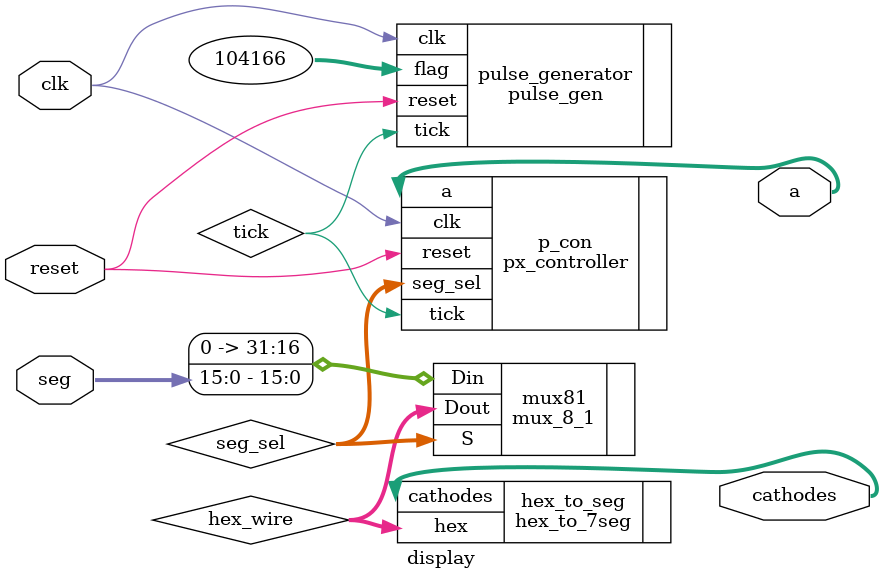
<source format=v>
`timescale 1ns / 1ps
module display(
    input clk,
    input reset,
    input  [15:0] seg,
    output  [7:0] a,
    output  [6:0] cathodes
    );
     
    //******************
    // wire declaration.
    //******************
    wire       clk_wire_1;
    wire [2:0] seg_sel;
    wire [3:0] hex_wire;
    wire 		tick;
	 

	
    //******************************************************************
    // initialization of the modules and putting them together into one.
    //****************************************************************** 
    pulse_gen pulse_generator(.clk(clk),			// Input
							  .reset(reset),		// Input
							  .flag(104_166),	    // Input
							  .tick(tick)			// Output
							 );		
     
    px_controller       p_con(.clk(clk),  			// Input
                              .reset(reset),        // Input
							  .tick(tick),			// Input
                              .a(a),                // Output
                              .seg_sel(seg_sel)     // Output
							 );
  
    mux_8_1             mux81(.S(seg_sel),          // Input  
                              .Din({16'b0,seg}),    // Input  
                              .Dout(hex_wire)       // Output 
                             );
  
    hex_to_7seg    hex_to_seg( .hex(hex_wire),   	// Input
                               .cathodes(cathodes)  // Output
                             );

endmodule

</source>
